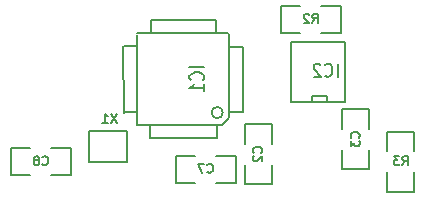
<source format=gbo>
G04 (created by PCBNEW (2013-dec-23)-stable) date Вт 14 апр 2015 10:35:36*
%MOIN*%
G04 Gerber Fmt 3.4, Leading zero omitted, Abs format*
%FSLAX34Y34*%
G01*
G70*
G90*
G04 APERTURE LIST*
%ADD10C,0.00590551*%
%ADD11C,0.006*%
%ADD12C,0.005*%
%ADD13C,0.008*%
G04 APERTURE END LIST*
G54D10*
G54D11*
X47160Y-29270D02*
X47160Y-29720D01*
X49340Y-29270D02*
X49340Y-29710D01*
X47160Y-29270D02*
X49340Y-29270D01*
X46690Y-30150D02*
X46260Y-30150D01*
X46680Y-32360D02*
X46260Y-32360D01*
X46260Y-32370D02*
X46250Y-30150D01*
X50230Y-32350D02*
X50240Y-30180D01*
X49540Y-32780D02*
X46710Y-32780D01*
X50230Y-30170D02*
X49820Y-30170D01*
X49780Y-32530D02*
X49780Y-29750D01*
X46700Y-29730D02*
X49740Y-29730D01*
X46700Y-32780D02*
X46700Y-29780D01*
X49370Y-33230D02*
X47150Y-33230D01*
X47150Y-33230D02*
X47150Y-32780D01*
X49550Y-32776D02*
X49780Y-32546D01*
X49370Y-33228D02*
X49370Y-32776D01*
X49780Y-32350D02*
X50232Y-32350D01*
X49564Y-32368D02*
G75*
G03X49564Y-32368I-188J0D01*
G74*
G01*
G54D12*
X53650Y-32000D02*
X53650Y-30000D01*
X53650Y-30000D02*
X51850Y-30000D01*
X51850Y-30000D02*
X51850Y-32000D01*
X51850Y-32000D02*
X53650Y-32000D01*
X53050Y-32000D02*
X53050Y-31800D01*
X53050Y-31800D02*
X52550Y-31800D01*
X52550Y-31800D02*
X52550Y-32000D01*
X51200Y-34750D02*
X50300Y-34750D01*
X50300Y-34750D02*
X50300Y-34100D01*
X51200Y-33400D02*
X51200Y-32750D01*
X51200Y-32750D02*
X50300Y-32750D01*
X50300Y-32750D02*
X50300Y-33400D01*
X51200Y-34100D02*
X51200Y-34750D01*
X54450Y-34250D02*
X53550Y-34250D01*
X53550Y-34250D02*
X53550Y-33600D01*
X54450Y-32900D02*
X54450Y-32250D01*
X54450Y-32250D02*
X53550Y-32250D01*
X53550Y-32250D02*
X53550Y-32900D01*
X54450Y-33600D02*
X54450Y-34250D01*
X42500Y-34450D02*
X42500Y-33550D01*
X42500Y-33550D02*
X43150Y-33550D01*
X43850Y-34450D02*
X44500Y-34450D01*
X44500Y-34450D02*
X44500Y-33550D01*
X44500Y-33550D02*
X43850Y-33550D01*
X43150Y-34450D02*
X42500Y-34450D01*
X50000Y-33800D02*
X50000Y-34700D01*
X50000Y-34700D02*
X49350Y-34700D01*
X48650Y-33800D02*
X48000Y-33800D01*
X48000Y-33800D02*
X48000Y-34700D01*
X48000Y-34700D02*
X48650Y-34700D01*
X49350Y-33800D02*
X50000Y-33800D01*
X51500Y-29700D02*
X51500Y-28800D01*
X51500Y-28800D02*
X52150Y-28800D01*
X52850Y-29700D02*
X53500Y-29700D01*
X53500Y-29700D02*
X53500Y-28800D01*
X53500Y-28800D02*
X52850Y-28800D01*
X52150Y-29700D02*
X51500Y-29700D01*
G54D10*
X46379Y-32988D02*
X45120Y-32988D01*
X45120Y-32988D02*
X45120Y-34011D01*
X45120Y-34011D02*
X46379Y-34011D01*
X46379Y-34011D02*
X46379Y-32988D01*
G54D12*
X55950Y-35000D02*
X55050Y-35000D01*
X55050Y-35000D02*
X55050Y-34350D01*
X55950Y-33650D02*
X55950Y-33000D01*
X55950Y-33000D02*
X55050Y-33000D01*
X55050Y-33000D02*
X55050Y-33650D01*
X55950Y-34350D02*
X55950Y-35000D01*
G54D13*
X48952Y-30859D02*
X48452Y-30859D01*
X48904Y-31278D02*
X48928Y-31259D01*
X48952Y-31202D01*
X48952Y-31164D01*
X48928Y-31107D01*
X48880Y-31069D01*
X48833Y-31050D01*
X48738Y-31030D01*
X48666Y-31030D01*
X48571Y-31050D01*
X48523Y-31069D01*
X48476Y-31107D01*
X48452Y-31164D01*
X48452Y-31202D01*
X48476Y-31259D01*
X48500Y-31278D01*
X48952Y-31659D02*
X48952Y-31430D01*
X48952Y-31545D02*
X48452Y-31545D01*
X48523Y-31507D01*
X48571Y-31469D01*
X48595Y-31430D01*
G54D12*
X53390Y-31182D02*
X53390Y-30732D01*
X52971Y-31139D02*
X52990Y-31160D01*
X53047Y-31182D01*
X53085Y-31182D01*
X53142Y-31160D01*
X53180Y-31117D01*
X53199Y-31075D01*
X53219Y-30989D01*
X53219Y-30925D01*
X53199Y-30839D01*
X53180Y-30796D01*
X53142Y-30753D01*
X53085Y-30732D01*
X53047Y-30732D01*
X52990Y-30753D01*
X52971Y-30775D01*
X52819Y-30775D02*
X52799Y-30753D01*
X52761Y-30732D01*
X52666Y-30732D01*
X52628Y-30753D01*
X52609Y-30775D01*
X52590Y-30817D01*
X52590Y-30860D01*
X52609Y-30925D01*
X52838Y-31182D01*
X52590Y-31182D01*
X50842Y-33700D02*
X50857Y-33685D01*
X50871Y-33642D01*
X50871Y-33614D01*
X50857Y-33571D01*
X50828Y-33542D01*
X50800Y-33528D01*
X50742Y-33514D01*
X50700Y-33514D01*
X50642Y-33528D01*
X50614Y-33542D01*
X50585Y-33571D01*
X50571Y-33614D01*
X50571Y-33642D01*
X50585Y-33685D01*
X50600Y-33700D01*
X50600Y-33814D02*
X50585Y-33828D01*
X50571Y-33857D01*
X50571Y-33928D01*
X50585Y-33957D01*
X50600Y-33971D01*
X50628Y-33985D01*
X50657Y-33985D01*
X50700Y-33971D01*
X50871Y-33800D01*
X50871Y-33985D01*
X54092Y-33200D02*
X54107Y-33185D01*
X54121Y-33142D01*
X54121Y-33114D01*
X54107Y-33071D01*
X54078Y-33042D01*
X54050Y-33028D01*
X53992Y-33014D01*
X53950Y-33014D01*
X53892Y-33028D01*
X53864Y-33042D01*
X53835Y-33071D01*
X53821Y-33114D01*
X53821Y-33142D01*
X53835Y-33185D01*
X53850Y-33200D01*
X53821Y-33300D02*
X53821Y-33485D01*
X53935Y-33385D01*
X53935Y-33428D01*
X53950Y-33457D01*
X53964Y-33471D01*
X53992Y-33485D01*
X54064Y-33485D01*
X54092Y-33471D01*
X54107Y-33457D01*
X54121Y-33428D01*
X54121Y-33342D01*
X54107Y-33314D01*
X54092Y-33300D01*
X43550Y-34092D02*
X43564Y-34107D01*
X43607Y-34121D01*
X43635Y-34121D01*
X43678Y-34107D01*
X43707Y-34078D01*
X43721Y-34050D01*
X43735Y-33992D01*
X43735Y-33950D01*
X43721Y-33892D01*
X43707Y-33864D01*
X43678Y-33835D01*
X43635Y-33821D01*
X43607Y-33821D01*
X43564Y-33835D01*
X43550Y-33850D01*
X43378Y-33950D02*
X43407Y-33935D01*
X43421Y-33921D01*
X43435Y-33892D01*
X43435Y-33878D01*
X43421Y-33850D01*
X43407Y-33835D01*
X43378Y-33821D01*
X43321Y-33821D01*
X43292Y-33835D01*
X43278Y-33850D01*
X43264Y-33878D01*
X43264Y-33892D01*
X43278Y-33921D01*
X43292Y-33935D01*
X43321Y-33950D01*
X43378Y-33950D01*
X43407Y-33964D01*
X43421Y-33978D01*
X43435Y-34007D01*
X43435Y-34064D01*
X43421Y-34092D01*
X43407Y-34107D01*
X43378Y-34121D01*
X43321Y-34121D01*
X43292Y-34107D01*
X43278Y-34092D01*
X43264Y-34064D01*
X43264Y-34007D01*
X43278Y-33978D01*
X43292Y-33964D01*
X43321Y-33950D01*
X49050Y-34342D02*
X49064Y-34357D01*
X49107Y-34371D01*
X49135Y-34371D01*
X49178Y-34357D01*
X49207Y-34328D01*
X49221Y-34300D01*
X49235Y-34242D01*
X49235Y-34200D01*
X49221Y-34142D01*
X49207Y-34114D01*
X49178Y-34085D01*
X49135Y-34071D01*
X49107Y-34071D01*
X49064Y-34085D01*
X49050Y-34100D01*
X48950Y-34071D02*
X48750Y-34071D01*
X48878Y-34371D01*
X52550Y-29371D02*
X52650Y-29228D01*
X52721Y-29371D02*
X52721Y-29071D01*
X52607Y-29071D01*
X52578Y-29085D01*
X52564Y-29100D01*
X52550Y-29128D01*
X52550Y-29171D01*
X52564Y-29200D01*
X52578Y-29214D01*
X52607Y-29228D01*
X52721Y-29228D01*
X52435Y-29100D02*
X52421Y-29085D01*
X52392Y-29071D01*
X52321Y-29071D01*
X52292Y-29085D01*
X52278Y-29100D01*
X52264Y-29128D01*
X52264Y-29157D01*
X52278Y-29200D01*
X52450Y-29371D01*
X52264Y-29371D01*
G54D10*
X46044Y-32407D02*
X45834Y-32721D01*
X45834Y-32407D02*
X46044Y-32721D01*
X45549Y-32721D02*
X45729Y-32721D01*
X45639Y-32721D02*
X45639Y-32407D01*
X45669Y-32452D01*
X45699Y-32482D01*
X45729Y-32497D01*
G54D12*
X55550Y-34121D02*
X55650Y-33978D01*
X55721Y-34121D02*
X55721Y-33821D01*
X55607Y-33821D01*
X55578Y-33835D01*
X55564Y-33850D01*
X55550Y-33878D01*
X55550Y-33921D01*
X55564Y-33950D01*
X55578Y-33964D01*
X55607Y-33978D01*
X55721Y-33978D01*
X55450Y-33821D02*
X55264Y-33821D01*
X55364Y-33935D01*
X55321Y-33935D01*
X55292Y-33950D01*
X55278Y-33964D01*
X55264Y-33992D01*
X55264Y-34064D01*
X55278Y-34092D01*
X55292Y-34107D01*
X55321Y-34121D01*
X55407Y-34121D01*
X55435Y-34107D01*
X55450Y-34092D01*
M02*

</source>
